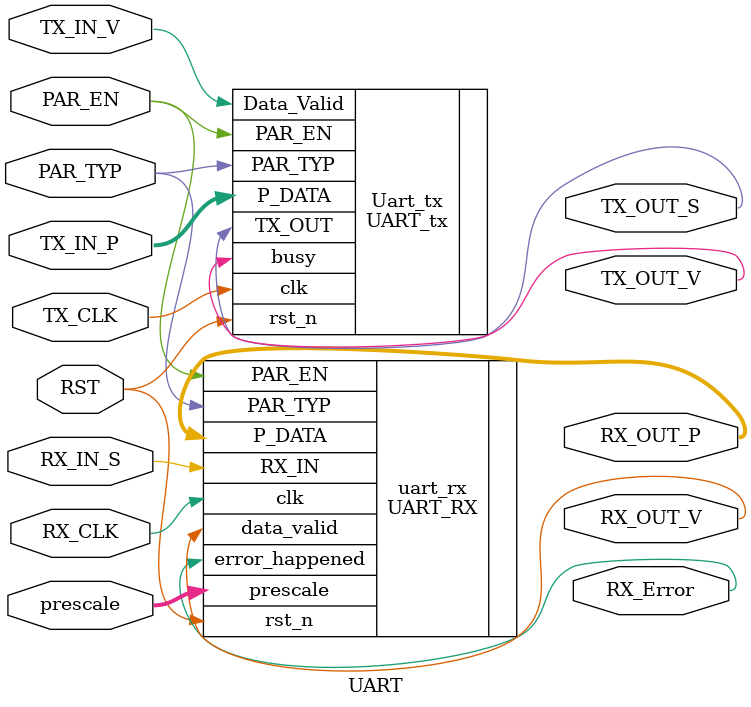
<source format=v>
module UART(
    input TX_CLK,
    input [7:0] TX_IN_P,
    input TX_IN_V,
    input RST,
    input RX_IN_S,
    input [5:0] prescale,
    input RX_CLK,
    input PAR_TYP,
    input PAR_EN,
    output wire TX_OUT_S,
    output wire TX_OUT_V,
    output wire [7:0] RX_OUT_P,
    output wire RX_OUT_V,
    output wire RX_Error
);

    UART_tx Uart_tx (
        .clk(TX_CLK),
        .Data_Valid(TX_IN_V),
        .P_DATA(TX_IN_P),
        .rst_n(RST),
        .PAR_TYP(PAR_TYP),
        .PAR_EN(PAR_EN),
        .TX_OUT(TX_OUT_S),
        .busy(TX_OUT_V)
    );

    UART_RX uart_rx (
        .clk(RX_CLK),
        .prescale(prescale),
        .PAR_TYP(PAR_TYP),
        .PAR_EN(PAR_EN),
        .rst_n(RST),
        .RX_IN(RX_IN_S),
        .data_valid(RX_OUT_V),
        .error_happened(RX_Error),
        .P_DATA(RX_OUT_P)
    );


endmodule
</source>
